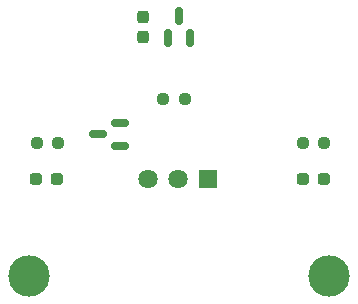
<source format=gbr>
%TF.GenerationSoftware,KiCad,Pcbnew,(7.0.0)*%
%TF.CreationDate,2023-11-20T19:32:09-05:00*%
%TF.ProjectId,4272MAVproxS_R1,34323732-4d41-4567-9072-6f78535f5231,rev?*%
%TF.SameCoordinates,Original*%
%TF.FileFunction,Soldermask,Top*%
%TF.FilePolarity,Negative*%
%FSLAX46Y46*%
G04 Gerber Fmt 4.6, Leading zero omitted, Abs format (unit mm)*
G04 Created by KiCad (PCBNEW (7.0.0)) date 2023-11-20 19:32:09*
%MOMM*%
%LPD*%
G01*
G04 APERTURE LIST*
G04 Aperture macros list*
%AMRoundRect*
0 Rectangle with rounded corners*
0 $1 Rounding radius*
0 $2 $3 $4 $5 $6 $7 $8 $9 X,Y pos of 4 corners*
0 Add a 4 corners polygon primitive as box body*
4,1,4,$2,$3,$4,$5,$6,$7,$8,$9,$2,$3,0*
0 Add four circle primitives for the rounded corners*
1,1,$1+$1,$2,$3*
1,1,$1+$1,$4,$5*
1,1,$1+$1,$6,$7*
1,1,$1+$1,$8,$9*
0 Add four rect primitives between the rounded corners*
20,1,$1+$1,$2,$3,$4,$5,0*
20,1,$1+$1,$4,$5,$6,$7,0*
20,1,$1+$1,$6,$7,$8,$9,0*
20,1,$1+$1,$8,$9,$2,$3,0*%
G04 Aperture macros list end*
%ADD10RoundRect,0.237500X-0.287500X-0.237500X0.287500X-0.237500X0.287500X0.237500X-0.287500X0.237500X0*%
%ADD11RoundRect,0.150000X0.150000X-0.587500X0.150000X0.587500X-0.150000X0.587500X-0.150000X-0.587500X0*%
%ADD12RoundRect,0.150000X0.587500X0.150000X-0.587500X0.150000X-0.587500X-0.150000X0.587500X-0.150000X0*%
%ADD13RoundRect,0.237500X-0.250000X-0.237500X0.250000X-0.237500X0.250000X0.237500X-0.250000X0.237500X0*%
%ADD14C,0.001000*%
%ADD15R,1.635000X1.635000*%
%ADD16C,1.635000*%
%ADD17C,3.500000*%
%ADD18RoundRect,0.237500X0.237500X-0.300000X0.237500X0.300000X-0.237500X0.300000X-0.237500X-0.300000X0*%
G04 APERTURE END LIST*
D10*
%TO.C,D2*%
X140290000Y-63675000D03*
X142040000Y-63675000D03*
%TD*%
%TO.C,D1*%
X162890000Y-63675000D03*
X164640000Y-63675000D03*
%TD*%
D11*
%TO.C,U1*%
X151415000Y-51712500D03*
X153315000Y-51712500D03*
X152365000Y-49837500D03*
%TD*%
D12*
%TO.C,Q1*%
X147402500Y-60825000D03*
X147402500Y-58925000D03*
X145527500Y-59875000D03*
%TD*%
D13*
%TO.C,R2*%
X140352500Y-60575000D03*
X142177500Y-60575000D03*
%TD*%
D14*
%TO.C,P1*%
X148385000Y-72315000D03*
X156265000Y-72315000D03*
D15*
X154864999Y-63674999D03*
D16*
X152325000Y-63675000D03*
X149785000Y-63675000D03*
%TD*%
D17*
%TO.C,REF\u002A\u002A*%
X165100000Y-71875000D03*
%TD*%
D13*
%TO.C,R3*%
X151052500Y-56875000D03*
X152877500Y-56875000D03*
%TD*%
D17*
%TO.C,REF\u002A\u002A*%
X139700000Y-71875000D03*
%TD*%
D13*
%TO.C,R1*%
X162852500Y-60575000D03*
X164677500Y-60575000D03*
%TD*%
D18*
%TO.C,C1*%
X149365000Y-51637500D03*
X149365000Y-49912500D03*
%TD*%
M02*

</source>
